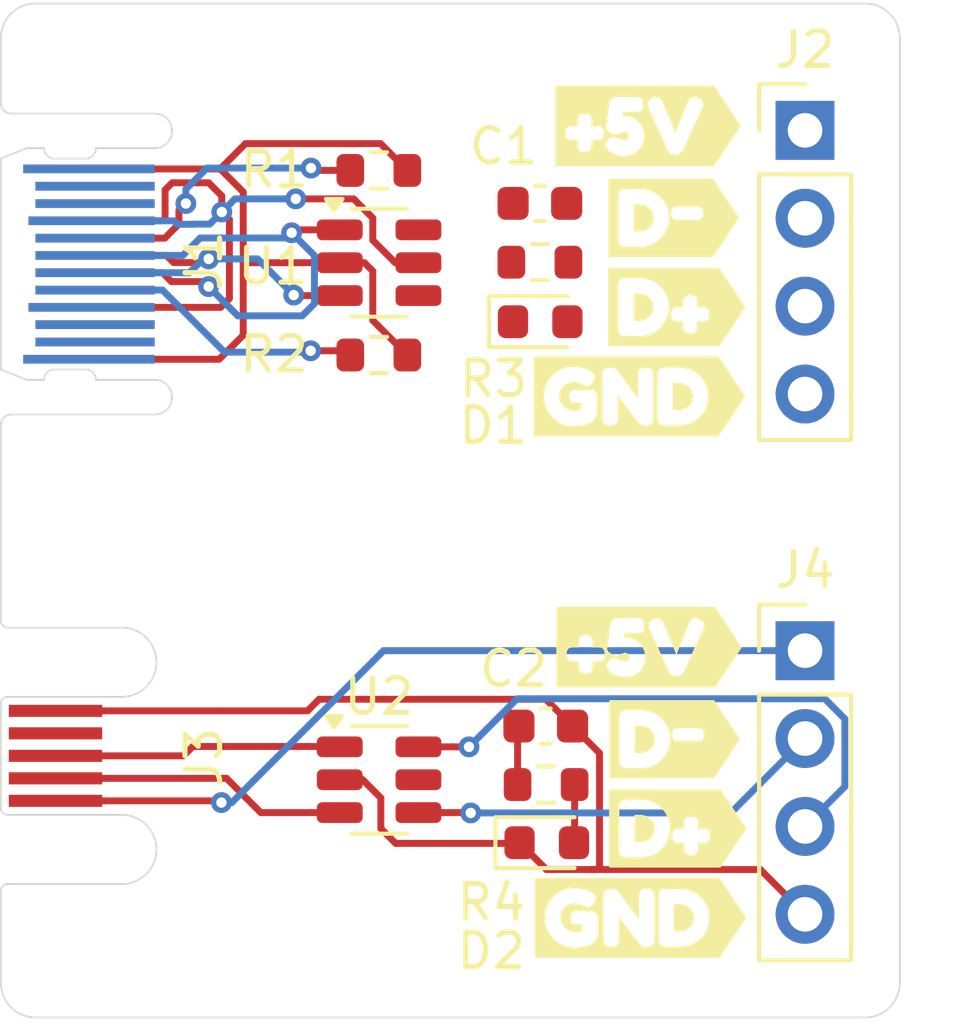
<source format=kicad_pcb>
(kicad_pcb (version 20240108) (generator "pcbnew") (generator_version "8.0")
  (layers (0 "F.Cu" signal) (31 "B.Cu" signal) (34 "B.Paste" user) (35 "F.Paste" user) (36 "B.SilkS" user "B.Silkscreen") (37 "F.SilkS" user "F.Silkscreen") (38 "B.Mask" user) (39 "F.Mask" user) (44 "Edge.Cuts" user))
  (net 0 "")
  (net 1 "GND")
  (net 2 "USB_P")
  (net 3 "Net-(D1-A)")
  (net 5 "/CC1")
  (net 10 "Net-(J1-D+-PadA6)")
  (net 13 "/CC2")
  (net 16 "Net-(J1-D--PadA7)")
  (net 18 "/D_N")
  (net 19 "/D_P")
  (net 20 "GNDD")
  (net 21 "Net-(D2-A)")
  (net 22 "/mD_P")
  (net 23 "/mD_N")
  (net 24 "+5V_USB")
  (net 25 "Net-(J3-D+)")
  (net 26 "Net-(J3-D-)")
  (footprint "kibuzzard-65ECED2E" (layer "F.Cu") (at 93.23 82.17)
    (property "Reference" "kibuzzard-65ECED2E" (hide yes))
    (property "Value" "G***" (hide yes))
  )
  (footprint "Connector_USB_PCB_Edge:USB_C_PCB_receptacle_24pin_1mm-cutout" (layer "F.Cu") (at 76.2 65.86)
    (property "Reference" "J1" (at 3.32 -0.085 90) (layer "F.SilkS"))
    (property "Value" "USB_C_Receptacle")
    (fp_line (start -2.55 -3.05) (end -2.55 3.045) (stroke (width 0.05)) (layer "Edge.Cuts"))
    (fp_line (start -2.55 -3.05) (end -1.8 -3.35) (stroke (width 0.05)) (layer "Edge.Cuts"))
    (fp_line (start -2.55 3.045) (end -1.8 3.345) (stroke (width 0.05)) (layer "Edge.Cuts"))
    (fp_line (start -2.25 4.345) (end 1.9 4.345) (stroke (width 0.05)) (layer "Edge.Cuts"))
    (fp_line (start -1.8 -3.35) (end -1.3 -3.35) (stroke (width 0.05)) (layer "Edge.Cuts"))
    (fp_line (start -1.3 3.345) (end -1.8 3.345) (stroke (width 0.05)) (layer "Edge.Cuts"))
    (fp_line (start -1 -3.05) (end -0.1 -3.05) (stroke (width 0.05)) (layer "Edge.Cuts"))
    (fp_line (start -0.1 3.045) (end -1 3.045) (stroke (width 0.05)) (layer "Edge.Cuts"))
    (fp_line (start 1.9 -4.35) (end -2.25 -4.35) (stroke (width 0.05)) (layer "Edge.Cuts"))
    (fp_line (start 1.9 -3.35) (end 0.2 -3.35) (stroke (width 0.05)) (layer "Edge.Cuts"))
    (fp_line (start 1.9 3.345) (end 0.2 3.345) (stroke (width 0.05)) (layer "Edge.Cuts"))
    (fp_arc (start -2.55 4.645) (mid -2.462132 4.432868) (end -2.25 4.345) (stroke (width 0.05)) (layer "Edge.Cuts"))
    (fp_arc (start -2.25 -4.35) (mid -2.462132 -4.437868) (end -2.55 -4.65) (stroke (width 0.05)) (layer "Edge.Cuts"))
    (fp_arc (start -1.3 3.345) (mid -1.212132 3.132868) (end -1 3.045) (stroke (width 0.05)) (layer "Edge.Cuts"))
    (fp_arc (start -1 -3.05) (mid -1.212132 -3.137868) (end -1.3 -3.35) (stroke (width 0.05)) (layer "Edge.Cuts"))
    (fp_arc (start -0.1 3.045) (mid 0.112132 3.132868) (end 0.2 3.345) (stroke (width 0.05)) (layer "Edge.Cuts"))
    (fp_arc (start 0.2 -3.35) (mid 0.112132 -3.137868) (end -0.1 -3.05) (stroke (width 0.05)) (layer "Edge.Cuts"))
    (fp_arc (start 1.9 -4.35) (mid 2.253553 -4.203553) (end 2.4 -3.85) (stroke (width 0.05)) (layer "Edge.Cuts"))
    (fp_arc (start 1.9 3.345) (mid 2.253553 3.491447) (end 2.4 3.845) (stroke (width 0.05)) (layer "Edge.Cuts"))
    (fp_arc (start 2.4 -3.85) (mid 2.253553 -3.496447) (end 1.9 -3.35) (stroke (width 0.05)) (layer "Edge.Cuts"))
    (fp_arc (start 2.4 3.845) (mid 2.253553 4.198553) (end 1.9 4.345) (stroke (width 0.05)) (layer "Edge.Cuts"))
    (pad "A1" smd rect (at 0 -2.75 270) (size 0.25 3.8) (layers "F.Cu" "F.Paste" "F.Mask") (net 1 "GND"))
    (pad "A2" smd rect (at 0.175 -2.25 270) (size 0.25 3.45) (layers "F.Cu" "F.Paste" "F.Mask"))
    (pad "A3" smd rect (at 0.175 -1.75 270) (size 0.25 3.45) (layers "F.Cu" "F.Paste" "F.Mask"))
    (pad "A4" smd rect (at 0.075 -1.25 270) (size 0.25 3.65) (layers "F.Cu" "F.Paste" "F.Mask") (net 2 "USB_P"))
    (pad "A5" smd rect (at 0.175 -0.75 270) (size 0.25 3.45) (layers "F.Cu" "F.Paste" "F.Mask") (net 5 "/CC1"))
    (pad "A6" smd rect (at 0.175 -0.25 270) (size 0.25 3.45) (layers "F.Cu" "F.Paste" "F.Mask") (net 10 "Net-(J1-D+-PadA6)"))
    (pad "A7" smd rect (at 0.175 0.25 270) (size 0.25 3.45) (layers "F.Cu" "F.Paste" "F.Mask") (net 16 "Net-(J1-D--PadA7)"))
    (pad "A8" smd rect (at 0.175 0.75 270) (size 0.25 3.45) (layers "F.Cu" "F.Paste" "F.Mask"))
    (pad "A9" smd rect (at 0.075 1.25 270) (size 0.25 3.65) (layers "F.Cu" "F.Paste" "F.Mask") (net 2 "USB_P"))
    (pad "A10" smd rect (at 0.175 1.75 270) (size 0.25 3.45) (layers "F.Cu" "F.Paste" "F.Mask"))
    (pad "A11" smd rect (at 0.175 2.25 270) (size 0.25 3.45) (layers "F.Cu" "F.Paste" "F.Mask"))
    (pad "A12" smd rect (at 0 2.75 270) (size 0.25 3.8) (layers "F.Cu" "F.Paste" "F.Mask") (net 1 "GND"))
    (pad "B1" smd rect (at 0 2.75 270) (size 0.25 3.8) (layers "B.Cu" "B.Paste" "B.Mask") (net 1 "GND"))
    (pad "B2" smd rect (at 0.175 2.25 270) (size 0.25 3.45) (layers "B.Cu" "B.Paste" "B.Mask"))
    (pad "B3" smd rect (at 0.175 1.75 270) (size 0.25 3.45) (layers "B.Cu" "B.Paste" "B.Mask"))
    (pad "B4" smd rect (at 0.075 1.25 270) (size 0.25 3.65) (layers "B.Cu" "B.Paste" "B.Mask") (net 2 "USB_P"))
    (pad "B5" smd rect (at 0.175 0.75 270) (size 0.25 3.45) (layers "B.Cu" "B.Paste" "B.Mask") (net 13 "/CC2"))
    (pad "B6" smd rect (at 0.175 0.25 270) (size 0.25 3.45) (layers "B.Cu" "B.Paste" "B.Mask") (net 10 "Net-(J1-D+-PadA6)"))
    (pad "B7" smd rect (at 0.175 -0.25 270) (size 0.25 3.45) (layers "B.Cu" "B.Paste" "B.Mask") (net 16 "Net-(J1-D--PadA7)"))
    (pad "B8" smd rect (at 0.175 -0.75 270) (size 0.25 3.45) (layers "B.Cu" "B.Paste" "B.Mask"))
    (pad "B9" smd rect (at 0.075 -1.25 270) (size 0.25 3.65) (layers "B.Cu" "B.Paste" "B.Mask") (net 2 "USB_P"))
    (pad "B10" smd rect (at 0.175 -1.75 270) (size 0.25 3.45) (layers "B.Cu" "B.Paste" "B.Mask"))
    (pad "B11" smd rect (at 0.175 -2.25 270) (size 0.25 3.45) (layers "B.Cu" "B.Paste" "B.Mask"))
    (pad "B12" smd rect (at 0 -2.75 270) (size 0.25 3.8) (layers "B.Cu" "B.Paste" "B.Mask") (net 1 "GND"))
  )
  (footprint "kibuzzard-65ECED44" (layer "F.Cu") (at 92.15 84.75)
    (property "Reference" "kibuzzard-65ECED44" (hide yes))
    (property "Value" "G***" (hide yes))
  )
  (footprint "kibuzzard-65ECED44" (layer "F.Cu") (at 92.12 69.685)
    (property "Reference" "kibuzzard-65ECED44" (hide yes))
    (property "Value" "G***" (hide yes))
  )
  (footprint "kibuzzard-65ECED05" (layer "F.Cu") (at 92.37 61.865)
    (property "Reference" "kibuzzard-65ECED05" (hide yes))
    (property "Value" "G***" (hide yes))
  )
  (footprint "Connector_PinHeader_2.54mm:PinHeader_1x04_P2.54mm_Vertical" (layer "F.Cu") (at 96.91 61.995)
    (property "Reference" "J2" (at 0 -2.33 0) (layer "F.SilkS"))
    (property "Value" "Conn_01x04")
    (pad "1" thru_hole rect (at 0 0) (size 1.7 1.7) (drill 1) (layers "*.Cu" "*.Mask") (net 2 "USB_P"))
    (pad "2" thru_hole oval (at 0 2.54) (size 1.7 1.7) (drill 1) (layers "*.Cu" "*.Mask") (net 18 "/D_N"))
    (pad "3" thru_hole oval (at 0 5.08) (size 1.7 1.7) (drill 1) (layers "*.Cu" "*.Mask") (net 19 "/D_P"))
    (pad "4" thru_hole oval (at 0 7.62) (size 1.7 1.7) (drill 1) (layers "*.Cu" "*.Mask") (net 1 "GND"))
  )
  (footprint "Resistor_SMD:R_0603_1608Metric" (layer "F.Cu") (at 84.582 63.153 180)
    (property "Reference" "R1" (at 3.022 0.028 180) (layer "F.SilkS"))
    (property "Value" "5.1K")
    (pad "1" smd roundrect (at -0.825 0 180) (size 0.8 0.95) (layers "F.Cu" "F.Paste" "F.Mask") (net 1 "GND"))
    (pad "2" smd roundrect (at 0.825 0 180) (size 0.8 0.95) (layers "F.Cu" "F.Paste" "F.Mask") (net 5 "/CC1"))
  )
  (footprint "kibuzzard-65ECED2E" (layer "F.Cu") (at 93.2 67.105)
    (property "Reference" "kibuzzard-65ECED2E" (hide yes))
    (property "Value" "G***" (hide yes))
  )
  (footprint "kibuzzard-65ECED21" (layer "F.Cu") (at 93.14 79.59)
    (property "Reference" "kibuzzard-65ECED21" (hide yes))
    (property "Value" "G***" (hide yes))
  )
  (footprint "Resistor_SMD:R_0603_1608Metric" (layer "F.Cu") (at 89.24 65.805)
    (property "Reference" "R3" (at -1.34 3.37 360) (layer "F.SilkS"))
    (property "Value" "1K")
    (pad "1" smd roundrect (at -0.825 0) (size 0.8 0.95) (layers "F.Cu" "F.Paste" "F.Mask") (net 2 "USB_P"))
    (pad "2" smd roundrect (at 0.825 0) (size 0.8 0.95) (layers "F.Cu" "F.Paste" "F.Mask") (net 3 "Net-(D1-A)"))
  )
  (footprint "Resistor_SMD:R_0603_1608Metric" (layer "F.Cu") (at 89.42 80.9)
    (property "Reference" "R4" (at -1.58 3.4 0) (layer "F.SilkS"))
    (property "Value" "1K")
    (pad "1" smd roundrect (at -0.825 0) (size 0.8 0.95) (layers "F.Cu" "F.Paste" "F.Mask") (net 24 "+5V_USB"))
    (pad "2" smd roundrect (at 0.825 0) (size 0.8 0.95) (layers "F.Cu" "F.Paste" "F.Mask") (net 21 "Net-(D2-A)"))
  )
  (footprint "Resistor_SMD:R_0603_1608Metric" (layer "F.Cu") (at 84.582 68.487 180)
    (property "Reference" "R2" (at 3.032 0.022 180) (layer "F.SilkS"))
    (property "Value" "5.1K")
    (pad "1" smd roundrect (at -0.825 0 180) (size 0.8 0.95) (layers "F.Cu" "F.Paste" "F.Mask") (net 1 "GND"))
    (pad "2" smd roundrect (at 0.825 0 180) (size 0.8 0.95) (layers "F.Cu" "F.Paste" "F.Mask") (net 13 "/CC2"))
  )
  (footprint "kibuzzard-65ECED21" (layer "F.Cu") (at 93.11 64.525)
    (property "Reference" "kibuzzard-65ECED21" (hide yes))
    (property "Value" "G***" (hide yes))
  )
  (footprint "Connector_PinHeader_2.54mm:PinHeader_1x04_P2.54mm_Vertical" (layer "F.Cu") (at 96.91 77.03)
    (property "Reference" "J4" (at 0 -2.33 0) (layer "F.SilkS"))
    (property "Value" "Conn_01x04")
    (pad "1" thru_hole rect (at 0 0) (size 1.7 1.7) (drill 1) (layers "*.Cu" "*.Mask") (net 24 "+5V_USB"))
    (pad "2" thru_hole oval (at 0 2.54) (size 1.7 1.7) (drill 1) (layers "*.Cu" "*.Mask") (net 23 "/mD_N"))
    (pad "3" thru_hole oval (at 0 5.08) (size 1.7 1.7) (drill 1) (layers "*.Cu" "*.Mask") (net 22 "/mD_P"))
    (pad "4" thru_hole oval (at 0 7.62) (size 1.7 1.7) (drill 1) (layers "*.Cu" "*.Mask") (net 20 "GNDD"))
  )
  (footprint "Connector_USB_PCB_Edge:USB_Micro-B_PCB_receptacle_5pin_2mm_cutout" (layer "F.Cu") (at 75.23 80.07)
    (property "Reference" "J3" (at 4.29 0.05 -90) (layer "F.SilkS"))
    (property "Value" "USB_B_Micro")
    (fp_line (start -1.58 -1.505) (end -1.58 1.505) (stroke (width 0.05)) (layer "Edge.Cuts"))
    (fp_line (start -1.38 1.705) (end 1.92 1.705) (stroke (width 0.05)) (layer "Edge.Cuts"))
    (fp_line (start 1.92 -3.705) (end -1.38 -3.705) (stroke (width 0.05)) (layer "Edge.Cuts"))
    (fp_line (start 1.92 -1.705) (end -1.38 -1.705) (stroke (width 0.05)) (layer "Edge.Cuts"))
    (fp_line (start 1.92 3.705) (end -1.38 3.705) (stroke (width 0.05)) (layer "Edge.Cuts"))
    (fp_arc (start -1.58 -1.505) (mid -1.521421 -1.646421) (end -1.38 -1.705) (stroke (width 0.05)) (layer "Edge.Cuts"))
    (fp_arc (start -1.58 3.905) (mid -1.521421 3.763579) (end -1.38 3.705) (stroke (width 0.05)) (layer "Edge.Cuts"))
    (fp_arc (start -1.38 -3.705) (mid -1.521421 -3.763579) (end -1.58 -3.905) (stroke (width 0.05)) (layer "Edge.Cuts"))
    (fp_arc (start -1.38 1.705) (mid -1.521421 1.646421) (end -1.58 1.505) (stroke (width 0.05)) (layer "Edge.Cuts"))
    (fp_arc (start 1.92 -3.705) (mid 2.627107 -3.412107) (end 2.92 -2.705) (stroke (width 0.05)) (layer "Edge.Cuts"))
    (fp_arc (start 1.92 1.705) (mid 2.627107 1.997893) (end 2.92 2.705) (stroke (width 0.05)) (layer "Edge.Cuts"))
    (fp_arc (start 2.92 -2.705) (mid 2.627107 -1.997893) (end 1.92 -1.705) (stroke (width 0.05)) (layer "Edge.Cuts"))
    (fp_arc (start 2.92 2.705) (mid 2.627107 3.412107) (end 1.92 3.705) (stroke (width 0.05)) (layer "Edge.Cuts"))
    (pad "1" smd rect (at 0 1.3 90) (size 0.35 2.7) (layers "F.Cu" "F.Paste" "F.Mask") (net 24 "+5V_USB"))
    (pad "2" smd rect (at 0 0.65 90) (size 0.35 2.7) (layers "F.Cu" "F.Paste" "F.Mask") (net 26 "Net-(J3-D-)"))
    (pad "3" smd rect (at 0 0 90) (size 0.35 2.7) (layers "F.Cu" "F.Paste" "F.Mask") (net 25 "Net-(J3-D+)"))
    (pad "4" smd rect (at 0 -0.65 90) (size 0.35 2.7) (layers "F.Cu" "F.Paste" "F.Mask"))
    (pad "5" smd rect (at 0 -1.3 90) (size 0.35 2.7) (layers "F.Cu" "F.Paste" "F.Mask") (net 20 "GNDD"))
  )
  (footprint "Capacitor_SMD:C_0603_1608Metric" (layer "F.Cu") (at 89.41 79.21)
    (property "Reference" "C2" (at -0.93 -1.65 0) (layer "F.SilkS"))
    (property "Value" "0.1u")
    (pad "1" smd roundrect (at -0.775 0) (size 0.9 0.95) (layers "F.Cu" "F.Paste" "F.Mask") (net 24 "+5V_USB"))
    (pad "2" smd roundrect (at 0.775 0) (size 0.9 0.95) (layers "F.Cu" "F.Paste" "F.Mask") (net 20 "GNDD"))
  )
  (footprint "kibuzzard-65ECED05" (layer "F.Cu") (at 92.4 76.93)
    (property "Reference" "kibuzzard-65ECED05" (hide yes))
    (property "Value" "G***" (hide yes))
  )
  (footprint "Package_TO_SOT_SMD:SOT-23-6" (layer "F.Cu") (at 84.59 80.76)
    (property "Reference" "U2" (at 0 -2.4 0) (layer "F.SilkS"))
    (property "Value" "USBLC6-2SC6")
    (pad "1" smd roundrect (at -1.1375 -0.95) (size 1.325 0.6) (layers "F.Cu" "F.Paste" "F.Mask") (net 25 "Net-(J3-D+)"))
    (pad "2" smd roundrect (at -1.1375 0) (size 1.325 0.6) (layers "F.Cu" "F.Paste" "F.Mask") (net 20 "GNDD"))
    (pad "3" smd roundrect (at -1.1375 0.95) (size 1.325 0.6) (layers "F.Cu" "F.Paste" "F.Mask") (net 26 "Net-(J3-D-)"))
    (pad "4" smd roundrect (at 1.1375 0.95) (size 1.325 0.6) (layers "F.Cu" "F.Paste" "F.Mask") (net 23 "/mD_N"))
    (pad "5" smd roundrect (at 1.1375 0) (size 1.325 0.6) (layers "F.Cu" "F.Paste" "F.Mask") (net 24 "+5V_USB"))
    (pad "6" smd roundrect (at 1.1375 -0.95) (size 1.325 0.6) (layers "F.Cu" "F.Paste" "F.Mask") (net 22 "/mD_P"))
  )
  (footprint "Package_TO_SOT_SMD:SOT-23-6" (layer "F.Cu") (at 84.59 65.82)
    (property "Reference" "U1" (at -3.072 0.105 180) (layer "F.SilkS"))
    (property "Value" "USBLC6-2SC6")
    (pad "1" smd roundrect (at -1.1375 -0.95) (size 1.325 0.6) (layers "F.Cu" "F.Paste" "F.Mask") (net 16 "Net-(J1-D--PadA7)"))
    (pad "2" smd roundrect (at -1.1375 0) (size 1.325 0.6) (layers "F.Cu" "F.Paste" "F.Mask") (net 1 "GND"))
    (pad "3" smd roundrect (at -1.1375 0.95) (size 1.325 0.6) (layers "F.Cu" "F.Paste" "F.Mask") (net 10 "Net-(J1-D+-PadA6)"))
    (pad "4" smd roundrect (at 1.1375 0.95) (size 1.325 0.6) (layers "F.Cu" "F.Paste" "F.Mask") (net 19 "/D_P"))
    (pad "5" smd roundrect (at 1.1375 0) (size 1.325 0.6) (layers "F.Cu" "F.Paste" "F.Mask") (net 2 "USB_P"))
    (pad "6" smd roundrect (at 1.1375 -0.95) (size 1.325 0.6) (layers "F.Cu" "F.Paste" "F.Mask") (net 18 "/D_N"))
  )
  (footprint "Capacitor_SMD:C_0603_1608Metric" (layer "F.Cu") (at 89.24 64.105)
    (property "Reference" "C1" (at -1.05 -1.65 360) (layer "F.SilkS"))
    (property "Value" "0.1u")
    (pad "1" smd roundrect (at -0.775 0) (size 0.9 0.95) (layers "F.Cu" "F.Paste" "F.Mask") (net 2 "USB_P"))
    (pad "2" smd roundrect (at 0.775 0) (size 0.9 0.95) (layers "F.Cu" "F.Paste" "F.Mask") (net 1 "GND"))
  )
  (footprint "LED_SMD:LED_0603_1608Metric" (layer "F.Cu") (at 89.44 82.58)
    (property "Reference" "D2" (at -1.6 3.13 0) (layer "F.SilkS"))
    (property "Value" "GREEN")
    (pad "1" smd roundrect (at -0.7875 0) (size 0.875 0.95) (layers "F.Cu" "F.Paste" "F.Mask") (net 20 "GNDD"))
    (pad "2" smd roundrect (at 0.7875 0) (size 0.875 0.95) (layers "F.Cu" "F.Paste" "F.Mask") (net 21 "Net-(D2-A)"))
  )
  (footprint "LED_SMD:LED_0603_1608Metric" (layer "F.Cu") (at 89.25 67.525)
    (property "Reference" "D1" (at -1.36 3 360) (layer "F.SilkS"))
    (property "Value" "GREEN")
    (pad "1" smd roundrect (at -0.7875 0) (size 0.875 0.95) (layers "F.Cu" "F.Paste" "F.Mask") (net 1 "GND"))
    (pad "2" smd roundrect (at 0.7875 0) (size 0.875 0.95) (layers "F.Cu" "F.Paste" "F.Mask") (net 3 "Net-(D1-A)"))
  )
  (gr_line (start 99.65 59.33) (end 99.65 86.63) (stroke (width 0.05)) (layer "Edge.Cuts"))
  (gr_arc (start 73.65 59.33) (mid 73.942893 58.622893) (end 74.65 58.33) (stroke (width 0.05)) (layer "Edge.Cuts"))
  (gr_line (start 73.65 76.16) (end 73.65 70.51) (stroke (width 0.05)) (layer "Edge.Cuts"))
  (gr_line (start 73.65 83.98) (end 73.65 86.63) (stroke (width 0.05)) (layer "Edge.Cuts"))
  (gr_arc (start 99.65 86.63) (mid 99.357107 87.337107) (end 98.65 87.63) (stroke (width 0.05)) (layer "Edge.Cuts"))
  (gr_arc (start 74.65 87.63) (mid 73.942893 87.337107) (end 73.65 86.63) (stroke (width 0.05)) (layer "Edge.Cuts"))
  (gr_arc (start 98.65 58.33) (mid 99.357107 58.622893) (end 99.65 59.33) (stroke (width 0.05)) (layer "Edge.Cuts"))
  (gr_line (start 74.65 58.33) (end 98.65 58.33) (stroke (width 0.05)) (layer "Edge.Cuts"))
  (gr_line (start 73.65 61.21) (end 73.65 59.33) (stroke (width 0.05)) (layer "Edge.Cuts"))
  (gr_line (start 74.65 87.63) (end 98.65 87.63) (stroke (width 0.05)) (layer "Edge.Cuts"))
  (segment (start 84.632 62.378) (end 80.727 62.378) (width 0.2) (layer "F.Cu") (net 1))
  (segment (start 80.66 67.915) (end 80.66 65.825) (width 0.2) (layer "F.Cu") (net 1))
  (segment (start 80.66 65.825) (end 80.66 63.775) (width 0.2) (layer "F.Cu") (net 1))
  (segment (start 84.407 66.062) (end 84.165 65.82) (width 0.2) (layer "F.Cu") (net 1))
  (segment (start 85.4325 68.5125) (end 85.407 68.487) (width 0.2) (layer "F.Cu") (net 1))
  (segment (start 79.995 63.11) (end 76.2 63.11) (width 0.2) (layer "F.Cu") (net 1))
  (segment (start 84.165 65.82) (end 83.4445 65.82) (width 0.2) (layer "F.Cu") (net 1))
  (segment (start 84.407 67.487) (end 84.407 66.062) (width 0.2) (layer "F.Cu") (net 1))
  (segment (start 79.965 68.61) (end 80.66 67.915) (width 0.2) (layer "F.Cu") (net 1))
  (segment (start 80.727 62.378) (end 79.995 63.11) (width 0.2) (layer "F.Cu") (net 1))
  (segment (start 85.407 63.153) (end 84.632 62.378) (width 0.2) (layer "F.Cu") (net 1))
  (segment (start 85.407 68.487) (end 84.407 67.487) (width 0.2) (layer "F.Cu") (net 1))
  (segment (start 83.4445 65.82) (end 80.665 65.82) (width 0.2) (layer "F.Cu") (net 1))
  (segment (start 80.665 65.82) (end 80.66 65.825) (width 0.2) (layer "F.Cu") (net 1))
  (segment (start 76.2 68.61) (end 79.965 68.61) (width 0.2) (layer "F.Cu") (net 1))
  (segment (start 80.66 63.775) (end 79.995 63.11) (width 0.2) (layer "F.Cu") (net 1))
  (segment (start 76.275 67.11) (end 80.005 67.11) (width 0.2) (layer "F.Cu") (net 2))
  (segment (start 84.407 65.169999) (end 84.407 64.529448) (width 0.2) (layer "F.Cu") (net 2))
  (segment (start 80.04 64.355) (end 80.04 63.89) (width 0.2) (layer "F.Cu") (net 2))
  (segment (start 84.407 64.529448) (end 83.852552 63.975) (width 0.2) (layer "F.Cu") (net 2))
  (segment (start 80.26 64.575) (end 80.04 64.355) (width 0.2) (layer "F.Cu") (net 2))
  (segment (start 83.852552 63.975) (end 82.18 63.975) (width 0.2) (layer "F.Cu") (net 2))
  (segment (start 78.4 64.535) (end 78.325 64.61) (width 0.2) (layer "F.Cu") (net 2))
  (segment (start 79.66 63.51) (end 78.605 63.51) (width 0.2) (layer "F.Cu") (net 2))
  (segment (start 80.005 67.11) (end 80.26 66.855) (width 0.2) (layer "F.Cu") (net 2))
  (segment (start 80.26 66.855) (end 80.26 64.575) (width 0.2) (layer "F.Cu") (net 2))
  (segment (start 78.4 63.715) (end 78.4 64.535) (width 0.2) (layer "F.Cu") (net 2))
  (segment (start 80.04 63.89) (end 79.66 63.51) (width 0.2) (layer "F.Cu") (net 2))
  (segment (start 78.325 64.61) (end 76.275 64.61) (width 0.2) (layer "F.Cu") (net 2))
  (segment (start 85.7195 65.82) (end 85.057001 65.82) (width 0.2) (layer "F.Cu") (net 2))
  (segment (start 85.057001 65.82) (end 84.407 65.169999) (width 0.2) (layer "F.Cu") (net 2))
  (segment (start 78.605 63.51) (end 78.4 63.715) (width 0.2) (layer "F.Cu") (net 2))
  (via (at 82.18 63.975) (size 0.6) (drill 0.3) (layers "F.Cu" "B.Cu") (net 2))
  (via (at 80.04 64.355) (size 0.6) (drill 0.3) (layers "F.Cu" "B.Cu") (net 2))
  (segment (start 80.04 64.355) (end 79.69 64.705) (width 0.2) (layer "B.Cu") (net 2))
  (segment (start 78.653189 64.61) (end 76.275 64.61) (width 0.2) (layer "B.Cu") (net 2))
  (segment (start 79.25118 64.705) (end 79.247039 64.709141) (width 0.2) (layer "B.Cu") (net 2))
  (segment (start 79.247039 64.709141) (end 78.75233 64.709141) (width 0.2) (layer "B.Cu") (net 2))
  (segment (start 78.75233 64.709141) (end 78.653189 64.61) (width 0.2) (layer "B.Cu") (net 2))
  (segment (start 80.04 64.355) (end 80.42 63.975) (width 0.2) (layer "B.Cu") (net 2))
  (segment (start 79.69 64.705) (end 79.25118 64.705) (width 0.2) (layer "B.Cu") (net 2))
  (segment (start 80.42 63.975) (end 82.18 63.975) (width 0.2) (layer "B.Cu") (net 2))
  (segment (start 78.8 64.31) (end 78.8 64.700686) (width 0.2) (layer "F.Cu") (net 5))
  (segment (start 78.390686 65.11) (end 76.375 65.11) (width 0.2) (layer "F.Cu") (net 5))
  (segment (start 83.757 63.153) (end 82.688 63.153) (width 0.2) (layer "F.Cu") (net 5))
  (segment (start 82.688 63.153) (end 82.62 63.085) (width 0.2) (layer "F.Cu") (net 5))
  (segment (start 78.8 64.700686) (end 78.390686 65.11) (width 0.2) (layer "F.Cu") (net 5))
  (segment (start 79.000859 64.109141) (end 78.8 64.31) (width 0.2) (layer "F.Cu") (net 5))
  (via (at 82.62 63.085) (size 0.6) (drill 0.3) (layers "F.Cu" "B.Cu") (net 5))
  (via (at 79.000859 64.109141) (size 0.6) (drill 0.3) (layers "F.Cu" "B.Cu") (net 5))
  (segment (start 79.000859 63.694141) (end 79.61 63.085) (width 0.2) (layer "B.Cu") (net 5))
  (segment (start 79.000859 64.109141) (end 79.000859 63.694141) (width 0.2) (layer "B.Cu") (net 5))
  (segment (start 79.61 63.085) (end 82.62 63.085) (width 0.2) (layer "B.Cu") (net 5))
  (segment (start 78.646471 65.815) (end 78.441471 65.61) (width 0.2) (layer "F.Cu") (net 10))
  (segment (start 79.555394 65.815) (end 78.646471 65.815) (width 0.2) (layer "F.Cu") (net 10))
  (segment (start 78.441471 65.61) (end 76.375 65.61) (width 0.2) (layer "F.Cu") (net 10))
  (segment (start 82.135 66.77) (end 82.12 66.755) (width 0.2) (layer "F.Cu") (net 10))
  (segment (start 83.4445 66.77) (end 82.135 66.77) (width 0.2) (layer "F.Cu") (net 10))
  (segment (start 79.660396 65.709998) (end 79.555394 65.815) (width 0.2) (layer "F.Cu") (net 10))
  (via (at 79.660396 65.709998) (size 0.6) (drill 0.3) (layers "F.Cu" "B.Cu") (net 10))
  (via (at 82.12 66.755) (size 0.6) (drill 0.3) (layers "F.Cu" "B.Cu") (net 10))
  (segment (start 79.660396 65.709998) (end 81.074998 65.709998) (width 0.2) (layer "B.Cu") (net 10))
  (segment (start 79.660396 65.709998) (end 79.505002 65.709998) (width 0.2) (layer "B.Cu") (net 10))
  (segment (start 79.505002 65.709998) (end 79.105 66.11) (width 0.2) (layer "B.Cu") (net 10))
  (segment (start 81.074998 65.709998) (end 82.12 66.755) (width 0.2) (layer "B.Cu") (net 10))
  (segment (start 79.105 66.11) (end 76.375 66.11) (width 0.2) (layer "B.Cu") (net 10))
  (segment (start 83.635 68.365) (end 83.757 68.487) (width 0.2) (layer "F.Cu") (net 13))
  (segment (start 82.61 68.365) (end 83.635 68.365) (width 0.2) (layer "F.Cu") (net 13))
  (via (at 82.61 68.365) (size 0.6) (drill 0.3) (layers "F.Cu" "B.Cu") (net 13))
  (segment (start 82.46 68.405) (end 82.57 68.405) (width 0.2) (layer "B.Cu") (net 13))
  (segment (start 76.375 66.61) (end 78.325 66.61) (width 0.2) (layer "B.Cu") (net 13))
  (segment (start 82.57 68.405) (end 82.61 68.365) (width 0.2) (layer "B.Cu") (net 13))
  (segment (start 78.325 66.61) (end 80.12 68.405) (width 0.2) (layer "B.Cu") (net 13))
  (segment (start 80.12 68.405) (end 82.46 68.405) (width 0.2) (layer "B.Cu") (net 13))
  (segment (start 79.58 66.43) (end 79.58 66.365) (width 0.2) (layer "F.Cu") (net 16))
  (segment (start 83.4445 64.87) (end 82.145 64.87) (width 0.2) (layer "F.Cu") (net 16))
  (segment (start 82.145 64.87) (end 82.06 64.955) (width 0.2) (layer "F.Cu") (net 16))
  (segment (start 78.325 66.11) (end 76.375 66.11) (width 0.2) (layer "F.Cu") (net 16))
  (segment (start 79.58 66.365) (end 78.58 66.365) (width 0.2) (layer "F.Cu") (net 16))
  (segment (start 78.58 66.365) (end 78.325 66.11) (width 0.2) (layer "F.Cu") (net 16))
  (segment (start 79.66 66.51) (end 79.58 66.43) (width 0.2) (layer "F.Cu") (net 16))
  (via (at 82.06 64.955) (size 0.6) (drill 0.3) (layers "F.Cu" "B.Cu") (net 16))
  (via (at 79.66 66.51) (size 0.6) (drill 0.3) (layers "F.Cu" "B.Cu") (net 16))
  (segment (start 81.91 65.105) (end 82.06 64.955) (width 0.2) (layer "B.Cu") (net 16))
  (segment (start 82.368529 67.355) (end 82.72 67.003529) (width 0.2) (layer "B.Cu") (net 16))
  (segment (start 78.911865 65.61) (end 79.416865 65.105) (width 0.2) (layer "B.Cu") (net 16))
  (segment (start 76.375 65.61) (end 78.911865 65.61) (width 0.2) (layer "B.Cu") (net 16))
  (segment (start 82.72 65.615) (end 82.06 64.955) (width 0.2) (layer "B.Cu") (net 16))
  (segment (start 82.72 67.003529) (end 82.72 65.615) (width 0.2) (layer "B.Cu") (net 16))
  (segment (start 80.505 67.355) (end 82.368529 67.355) (width 0.2) (layer "B.Cu") (net 16))
  (segment (start 79.66 66.51) (end 80.505 67.355) (width 0.2) (layer "B.Cu") (net 16))
  (segment (start 79.416865 65.105) (end 81.91 65.105) (width 0.2) (layer "B.Cu") (net 16))
  (segment (start 90.185 79.21) (end 90.965 79.99) (width 0.2) (layer "F.Cu") (net 20))
  (segment (start 75.23 78.77) (end 79.99 78.77) (width 0.2) (layer "F.Cu") (net 20))
  (segment (start 84.64 82.17) (end 84.64 81.285001) (width 0.2) (layer "F.Cu") (net 20))
  (segment (start 84.114999 80.76) (end 83.4525 80.76) (width 0.2) (layer "F.Cu") (net 20))
  (segment (start 89.41 78.435) (end 90.185 79.21) (width 0.2) (layer "F.Cu") (net 20))
  (segment (start 90.965 79.99) (end 90.965 83.355) (width 0.2) (layer "F.Cu") (net 20))
  (segment (start 90.735 83.355) (end 95.615 83.355) (width 0.2) (layer "F.Cu") (net 20))
  (segment (start 90.965 83.355) (end 90.735 83.355) (width 0.2) (layer "F.Cu") (net 20))
  (segment (start 84.64 81.285001) (end 84.114999 80.76) (width 0.2) (layer "F.Cu") (net 20))
  (segment (start 82.855 78.435) (end 89.41 78.435) (width 0.2) (layer "F.Cu") (net 20))
  (segment (start 79.99 78.77) (end 82.52 78.77) (width 0.2) (layer "F.Cu") (net 20))
  (segment (start 89.4275 83.355) (end 88.6525 82.58) (width 0.2) (layer "F.Cu") (net 20))
  (segment (start 85.07 82.6) (end 84.64 82.17) (width 0.2) (layer "F.Cu") (net 20))
  (segment (start 82.52 78.77) (end 82.855 78.435) (width 0.2) (layer "F.Cu") (net 20))
  (segment (start 95.615 83.355) (end 96.91 84.65) (width 0.2) (layer "F.Cu") (net 20))
  (segment (start 90.735 83.355) (end 89.4275 83.355) (width 0.2) (layer "F.Cu") (net 20))
  (segment (start 88.6525 82.58) (end 88.6325 82.6) (width 0.2) (layer "F.Cu") (net 20))
  (segment (start 88.6325 82.6) (end 85.07 82.6) (width 0.2) (layer "F.Cu") (net 20))
  (segment (start 90.245 80.9) (end 90.245 82.5625) (width 0.2) (layer "F.Cu") (net 21))
  (segment (start 90.245 82.5625) (end 90.2275 82.58) (width 0.2) (layer "F.Cu") (net 21))
  (segment (start 85.7275 79.81) (end 87.19 79.81) (width 0.2) (layer "F.Cu") (net 22))
  (via (at 87.19 79.81) (size 0.6) (drill 0.3) (layers "F.Cu" "B.Cu") (net 22))
  (segment (start 98.06 79) (end 98.06 80.96) (width 0.2) (layer "B.Cu") (net 22))
  (segment (start 98.06 80.96) (end 96.91 82.11) (width 0.2) (layer "B.Cu") (net 22))
  (segment (start 88.58 78.42) (end 97.48 78.42) (width 0.2) (layer "B.Cu") (net 22))
  (segment (start 97.48 78.42) (end 98.06 79) (width 0.2) (layer "B.Cu") (net 22))
  (segment (start 87.19 79.81) (end 88.58 78.42) (width 0.2) (layer "B.Cu") (net 22))
  (segment (start 87.23 81.71) (end 87.24 81.72) (width 0.2) (layer "F.Cu") (net 23))
  (segment (start 85.7275 81.71) (end 87.23 81.71) (width 0.2) (layer "F.Cu") (net 23))
  (via (at 87.24 81.72) (size 0.6) (drill 0.3) (layers "F.Cu" "B.Cu") (net 23))
  (segment (start 94.76 81.72) (end 96.91 79.57) (width 0.2) (layer "B.Cu") (net 23))
  (segment (start 87.24 81.72) (end 94.76 81.72) (width 0.2) (layer "B.Cu") (net 23))
  (segment (start 79.79 81.37) (end 79.84 81.42) (width 0.2) (layer "F.Cu") (net 24))
  (segment (start 88.595 79.25) (end 88.635 79.21) (width 0.2) (layer "F.Cu") (net 24))
  (segment (start 79.84 81.42) (end 80.03 81.42) (width 0.2) (layer "F.Cu") (net 24))
  (segment (start 88.595 80.9) (end 88.595 79.25) (width 0.2) (layer "F.Cu") (net 24))
  (segment (start 75.23 81.37) (end 79.79 81.37) (width 0.2) (layer "F.Cu") (net 24))
  (via (at 80.03 81.42) (size 0.6) (drill 0.3) (layers "F.Cu" "B.Cu") (net 24))
  (segment (start 80.33 81.42) (end 84.72 77.03) (width 0.2) (layer "B.Cu") (net 24))
  (segment (start 84.72 77.03) (end 96.91 77.03) (width 0.2) (layer "B.Cu") (net 24))
  (segment (start 80.03 81.42) (end 80.33 81.42) (width 0.2) (layer "B.Cu") (net 24))
  (segment (start 83.4425 79.8) (end 79.2 79.8) (width 0.2) (layer "F.Cu") (net 25))
  (segment (start 79.2 79.8) (end 78.93 80.07) (width 0.2) (layer "F.Cu") (net 25))
  (segment (start 83.4525 79.81) (end 83.4425 79.8) (width 0.2) (layer "F.Cu") (net 25))
  (segment (start 78.93 80.07) (end 75.23 80.07) (width 0.2) (layer "F.Cu") (net 25))
  (segment (start 80.178529 80.72) (end 75.23 80.72) (width 0.2) (layer "F.Cu") (net 26))
  (segment (start 83.4525 81.71) (end 81.168529 81.71) (width 0.2) (layer "F.Cu") (net 26))
  (segment (start 81.168529 81.71) (end 80.178529 80.72) (width 0.2) (layer "F.Cu") (net 26))
)
</source>
